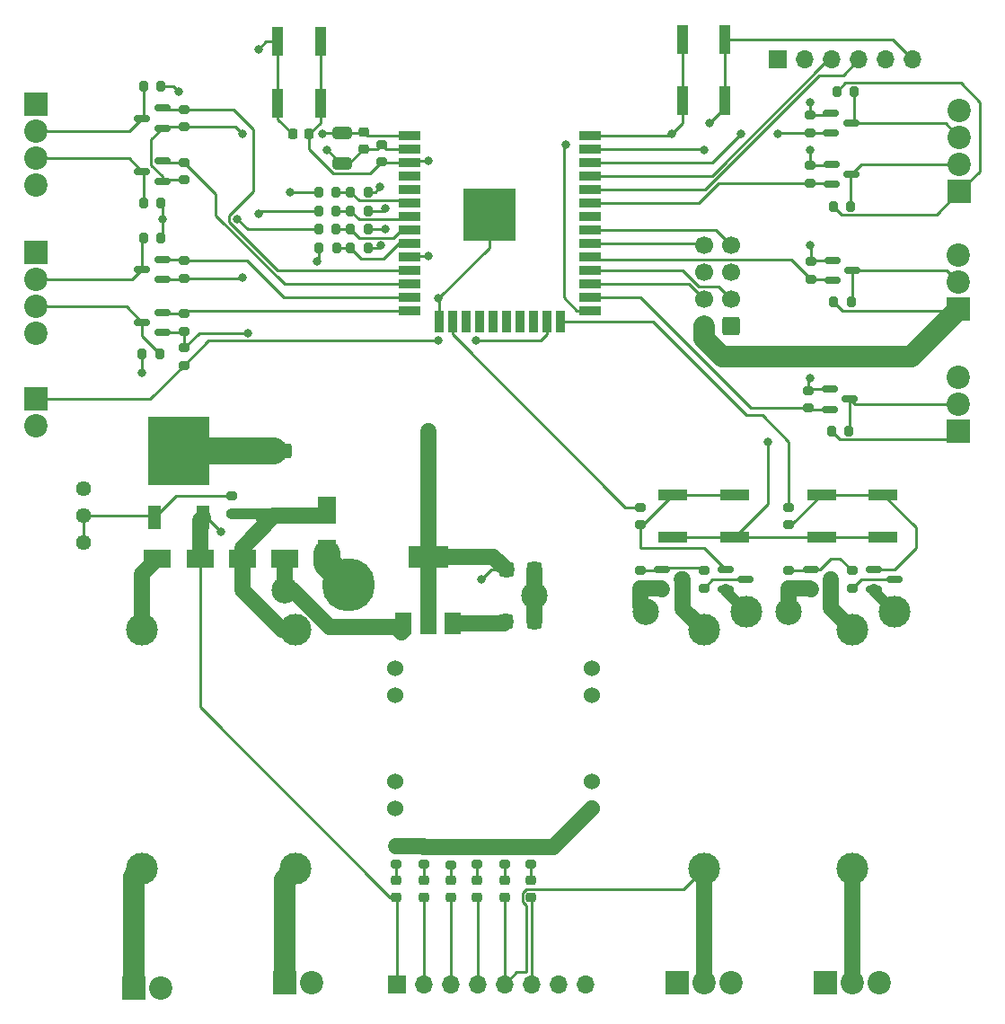
<source format=gtl>
G04 #@! TF.GenerationSoftware,KiCad,Pcbnew,6.0.6-3a73a75311~116~ubuntu22.04.1*
G04 #@! TF.CreationDate,2022-06-30T16:49:10+01:00*
G04 #@! TF.ProjectId,rLab_Door,724c6162-5f44-46f6-9f72-2e6b69636164,rev?*
G04 #@! TF.SameCoordinates,Original*
G04 #@! TF.FileFunction,Copper,L1,Top*
G04 #@! TF.FilePolarity,Positive*
%FSLAX46Y46*%
G04 Gerber Fmt 4.6, Leading zero omitted, Abs format (unit mm)*
G04 Created by KiCad (PCBNEW 6.0.6-3a73a75311~116~ubuntu22.04.1) date 2022-06-30 16:49:10*
%MOMM*%
%LPD*%
G01*
G04 APERTURE LIST*
G04 Aperture macros list*
%AMRoundRect*
0 Rectangle with rounded corners*
0 $1 Rounding radius*
0 $2 $3 $4 $5 $6 $7 $8 $9 X,Y pos of 4 corners*
0 Add a 4 corners polygon primitive as box body*
4,1,4,$2,$3,$4,$5,$6,$7,$8,$9,$2,$3,0*
0 Add four circle primitives for the rounded corners*
1,1,$1+$1,$2,$3*
1,1,$1+$1,$4,$5*
1,1,$1+$1,$6,$7*
1,1,$1+$1,$8,$9*
0 Add four rect primitives between the rounded corners*
20,1,$1+$1,$2,$3,$4,$5,0*
20,1,$1+$1,$4,$5,$6,$7,0*
20,1,$1+$1,$6,$7,$8,$9,0*
20,1,$1+$1,$8,$9,$2,$3,0*%
G04 Aperture macros list end*
G04 #@! TA.AperFunction,ComponentPad*
%ADD10R,1.700000X1.700000*%
G04 #@! TD*
G04 #@! TA.AperFunction,ComponentPad*
%ADD11O,1.700000X1.700000*%
G04 #@! TD*
G04 #@! TA.AperFunction,SMDPad,CuDef*
%ADD12RoundRect,0.200000X-0.200000X-0.275000X0.200000X-0.275000X0.200000X0.275000X-0.200000X0.275000X0*%
G04 #@! TD*
G04 #@! TA.AperFunction,SMDPad,CuDef*
%ADD13RoundRect,0.218750X-0.256250X0.218750X-0.256250X-0.218750X0.256250X-0.218750X0.256250X0.218750X0*%
G04 #@! TD*
G04 #@! TA.AperFunction,SMDPad,CuDef*
%ADD14RoundRect,0.200000X0.200000X0.275000X-0.200000X0.275000X-0.200000X-0.275000X0.200000X-0.275000X0*%
G04 #@! TD*
G04 #@! TA.AperFunction,SMDPad,CuDef*
%ADD15RoundRect,0.150000X-0.587500X-0.150000X0.587500X-0.150000X0.587500X0.150000X-0.587500X0.150000X0*%
G04 #@! TD*
G04 #@! TA.AperFunction,SMDPad,CuDef*
%ADD16RoundRect,0.250000X-0.450000X-0.425000X0.450000X-0.425000X0.450000X0.425000X-0.450000X0.425000X0*%
G04 #@! TD*
G04 #@! TA.AperFunction,ComponentPad*
%ADD17R,2.200000X2.200000*%
G04 #@! TD*
G04 #@! TA.AperFunction,ComponentPad*
%ADD18C,2.200000*%
G04 #@! TD*
G04 #@! TA.AperFunction,SMDPad,CuDef*
%ADD19RoundRect,0.200000X0.275000X-0.200000X0.275000X0.200000X-0.275000X0.200000X-0.275000X-0.200000X0*%
G04 #@! TD*
G04 #@! TA.AperFunction,SMDPad,CuDef*
%ADD20RoundRect,0.249999X-1.425001X0.450001X-1.425001X-0.450001X1.425001X-0.450001X1.425001X0.450001X0*%
G04 #@! TD*
G04 #@! TA.AperFunction,SMDPad,CuDef*
%ADD21RoundRect,0.150000X0.587500X0.150000X-0.587500X0.150000X-0.587500X-0.150000X0.587500X-0.150000X0*%
G04 #@! TD*
G04 #@! TA.AperFunction,SMDPad,CuDef*
%ADD22R,1.800000X2.500000*%
G04 #@! TD*
G04 #@! TA.AperFunction,SMDPad,CuDef*
%ADD23RoundRect,0.200000X-0.275000X0.200000X-0.275000X-0.200000X0.275000X-0.200000X0.275000X0.200000X0*%
G04 #@! TD*
G04 #@! TA.AperFunction,SMDPad,CuDef*
%ADD24RoundRect,0.250000X0.650000X-0.325000X0.650000X0.325000X-0.650000X0.325000X-0.650000X-0.325000X0*%
G04 #@! TD*
G04 #@! TA.AperFunction,SMDPad,CuDef*
%ADD25R,2.800000X1.000000*%
G04 #@! TD*
G04 #@! TA.AperFunction,SMDPad,CuDef*
%ADD26R,1.200000X2.200000*%
G04 #@! TD*
G04 #@! TA.AperFunction,SMDPad,CuDef*
%ADD27R,5.800000X6.400000*%
G04 #@! TD*
G04 #@! TA.AperFunction,ComponentPad*
%ADD28C,3.000000*%
G04 #@! TD*
G04 #@! TA.AperFunction,SMDPad,CuDef*
%ADD29R,2.500000X1.800000*%
G04 #@! TD*
G04 #@! TA.AperFunction,ComponentPad*
%ADD30C,1.524000*%
G04 #@! TD*
G04 #@! TA.AperFunction,SMDPad,CuDef*
%ADD31RoundRect,0.225000X0.225000X0.250000X-0.225000X0.250000X-0.225000X-0.250000X0.225000X-0.250000X0*%
G04 #@! TD*
G04 #@! TA.AperFunction,SMDPad,CuDef*
%ADD32R,1.500000X2.000000*%
G04 #@! TD*
G04 #@! TA.AperFunction,SMDPad,CuDef*
%ADD33R,3.800000X2.000000*%
G04 #@! TD*
G04 #@! TA.AperFunction,SMDPad,CuDef*
%ADD34R,1.000000X2.800000*%
G04 #@! TD*
G04 #@! TA.AperFunction,SMDPad,CuDef*
%ADD35R,2.000000X0.900000*%
G04 #@! TD*
G04 #@! TA.AperFunction,SMDPad,CuDef*
%ADD36R,0.900000X2.000000*%
G04 #@! TD*
G04 #@! TA.AperFunction,SMDPad,CuDef*
%ADD37R,5.000000X5.000000*%
G04 #@! TD*
G04 #@! TA.AperFunction,ComponentPad*
%ADD38C,1.440000*%
G04 #@! TD*
G04 #@! TA.AperFunction,SMDPad,CuDef*
%ADD39RoundRect,0.225000X0.250000X-0.225000X0.250000X0.225000X-0.250000X0.225000X-0.250000X-0.225000X0*%
G04 #@! TD*
G04 #@! TA.AperFunction,ComponentPad*
%ADD40RoundRect,0.250000X0.600000X0.600000X-0.600000X0.600000X-0.600000X-0.600000X0.600000X-0.600000X0*%
G04 #@! TD*
G04 #@! TA.AperFunction,ComponentPad*
%ADD41C,1.700000*%
G04 #@! TD*
G04 #@! TA.AperFunction,ViaPad*
%ADD42C,0.800000*%
G04 #@! TD*
G04 #@! TA.AperFunction,ViaPad*
%ADD43C,3.000000*%
G04 #@! TD*
G04 #@! TA.AperFunction,ViaPad*
%ADD44C,2.500000*%
G04 #@! TD*
G04 #@! TA.AperFunction,ViaPad*
%ADD45C,1.500000*%
G04 #@! TD*
G04 #@! TA.AperFunction,ViaPad*
%ADD46C,5.000000*%
G04 #@! TD*
G04 #@! TA.AperFunction,Conductor*
%ADD47C,0.250000*%
G04 #@! TD*
G04 #@! TA.AperFunction,Conductor*
%ADD48C,2.000000*%
G04 #@! TD*
G04 #@! TA.AperFunction,Conductor*
%ADD49C,1.500000*%
G04 #@! TD*
G04 #@! TA.AperFunction,Conductor*
%ADD50C,1.000000*%
G04 #@! TD*
G04 #@! TA.AperFunction,Conductor*
%ADD51C,2.500000*%
G04 #@! TD*
G04 APERTURE END LIST*
D10*
G04 #@! TO.P,J11,1,Pin_1*
G04 #@! TO.N,+3V3*
X171000000Y-53000000D03*
D11*
G04 #@! TO.P,J11,2,Pin_2*
G04 #@! TO.N,GND*
X173540000Y-53000000D03*
G04 #@! TO.P,J11,3,Pin_3*
G04 #@! TO.N,TXDO_PROG*
X176080000Y-53000000D03*
G04 #@! TO.P,J11,4,Pin_4*
G04 #@! TO.N,RXDI_PROG*
X178620000Y-53000000D03*
G04 #@! TO.P,J11,5,Pin_5*
G04 #@! TO.N,RESET*
X181160000Y-53000000D03*
G04 #@! TO.P,J11,6,Pin_6*
G04 #@! TO.N,BOOT*
X183700000Y-53000000D03*
G04 #@! TD*
D12*
G04 #@! TO.P,R7,1*
G04 #@! TO.N,ADC_VIN*
X130675000Y-67254176D03*
G04 #@! TO.P,R7,2*
G04 #@! TO.N,GND*
X132325000Y-67254176D03*
G04 #@! TD*
D13*
G04 #@! TO.P,D7,1,K*
G04 #@! TO.N,Net-(D7-Pad1)*
X147722911Y-130369516D03*
G04 #@! TO.P,D7,2,A*
G04 #@! TO.N,OPEN_2_12*
X147722911Y-131944516D03*
G04 #@! TD*
D14*
G04 #@! TO.P,R34,1*
G04 #@! TO.N,+5V*
X112825000Y-66522500D03*
G04 #@! TO.P,R34,2*
G04 #@! TO.N,RXDI_NFC_5*
X111175000Y-66522500D03*
G04 #@! TD*
D15*
G04 #@! TO.P,Q3,1,G*
G04 #@! TO.N,Net-(Q3-Pad1)*
X160062500Y-101050000D03*
G04 #@! TO.P,Q3,2,S*
G04 #@! TO.N,+BATT*
X160062500Y-102950000D03*
G04 #@! TO.P,Q3,3,D*
G04 #@! TO.N,Net-(F3-Pad2)*
X161937500Y-102000000D03*
G04 #@! TD*
D16*
G04 #@! TO.P,C2,1*
G04 #@! TO.N,+3V3*
X145357332Y-101065037D03*
G04 #@! TO.P,C2,2*
G04 #@! TO.N,GND*
X148057332Y-101065037D03*
G04 #@! TD*
D17*
G04 #@! TO.P,J10,1,Pin_1*
G04 #@! TO.N,Net-(F2-Pad2)*
X124500000Y-140000000D03*
D18*
G04 #@! TO.P,J10,2,Pin_2*
G04 #@! TO.N,GND*
X127040000Y-140000000D03*
G04 #@! TD*
D19*
G04 #@! TO.P,R1,1*
G04 #@! TO.N,TAMPER*
X115000000Y-81825000D03*
G04 #@! TO.P,R1,2*
G04 #@! TO.N,+3V3*
X115000000Y-80175000D03*
G04 #@! TD*
G04 #@! TO.P,R10,1*
G04 #@! TO.N,Net-(D5-Pad1)*
X137574391Y-128838549D03*
G04 #@! TO.P,R10,2*
G04 #@! TO.N,GND*
X137574391Y-127188549D03*
G04 #@! TD*
D14*
G04 #@! TO.P,R14,1*
G04 #@! TO.N,ADC_V3*
X129353685Y-70768152D03*
G04 #@! TO.P,R14,2*
G04 #@! TO.N,+3V3*
X127703685Y-70768152D03*
G04 #@! TD*
D20*
G04 #@! TO.P,R2,1*
G04 #@! TO.N,Net-(R2-Pad1)*
X123500000Y-89900000D03*
G04 #@! TO.P,R2,2*
G04 #@! TO.N,Net-(D2-Pad2)*
X123500000Y-96000000D03*
G04 #@! TD*
D13*
G04 #@! TO.P,D5,1,K*
G04 #@! TO.N,Net-(D5-Pad1)*
X137580631Y-130347733D03*
G04 #@! TO.P,D5,2,A*
G04 #@! TO.N,+BATT*
X137580631Y-131922733D03*
G04 #@! TD*
D14*
G04 #@! TO.P,R13,1*
G04 #@! TO.N,ADC_V5*
X129335350Y-68980000D03*
G04 #@! TO.P,R13,2*
G04 #@! TO.N,+5V*
X127685350Y-68980000D03*
G04 #@! TD*
D19*
G04 #@! TO.P,R8,1*
G04 #@! TO.N,Net-(D4-Pad1)*
X135000000Y-128825000D03*
G04 #@! TO.P,R8,2*
G04 #@! TO.N,GND*
X135000000Y-127175000D03*
G04 #@! TD*
D21*
G04 #@! TO.P,Q5,1,G*
G04 #@! TO.N,+3V3*
X112937500Y-73730000D03*
G04 #@! TO.P,Q5,2,S*
G04 #@! TO.N,WG_D0*
X112937500Y-71830000D03*
G04 #@! TO.P,Q5,3,D*
G04 #@! TO.N,WG_D0_5*
X111062500Y-72780000D03*
G04 #@! TD*
D13*
G04 #@! TO.P,D9,1,K*
G04 #@! TO.N,Net-(D9-Pad1)*
X142641877Y-130355967D03*
G04 #@! TO.P,D9,2,A*
G04 #@! TO.N,+3V3*
X142641877Y-131930967D03*
G04 #@! TD*
D22*
G04 #@! TO.P,D2,1,K*
G04 #@! TO.N,+BATT*
X128500000Y-99500000D03*
G04 #@! TO.P,D2,2,A*
G04 #@! TO.N,Net-(D2-Pad2)*
X128500000Y-95500000D03*
G04 #@! TD*
D21*
G04 #@! TO.P,Q9,1,G*
G04 #@! TO.N,+3V3*
X112937500Y-64472500D03*
G04 #@! TO.P,Q9,2,S*
G04 #@! TO.N,RXDI_NFC*
X112937500Y-62572500D03*
G04 #@! TO.P,Q9,3,D*
G04 #@! TO.N,RXDI_NFC_5*
X111062500Y-63522500D03*
G04 #@! TD*
D12*
G04 #@! TO.P,R21,1*
G04 #@! TO.N,+5V*
X176237500Y-75850012D03*
G04 #@! TO.P,R21,2*
G04 #@! TO.N,NPX_1_5*
X177887500Y-75850012D03*
G04 #@! TD*
D19*
G04 #@! TO.P,R28,1*
G04 #@! TO.N,+3V3*
X115000000Y-78605000D03*
G04 #@! TO.P,R28,2*
G04 #@! TO.N,WG_D1*
X115000000Y-76955000D03*
G04 #@! TD*
D23*
G04 #@! TO.P,R20,1*
G04 #@! TO.N,+3V3*
X174062500Y-72025012D03*
G04 #@! TO.P,R20,2*
G04 #@! TO.N,NPX_1*
X174062500Y-73675012D03*
G04 #@! TD*
D24*
G04 #@! TO.P,C3,1*
G04 #@! TO.N,+3V3*
X129940000Y-62820000D03*
G04 #@! TO.P,C3,2*
G04 #@! TO.N,GND*
X129940000Y-59870000D03*
G04 #@! TD*
D15*
G04 #@! TO.P,Q11,1,G*
G04 #@! TO.N,+3V3*
X176062500Y-62872256D03*
G04 #@! TO.P,Q11,2,S*
G04 #@! TO.N,SDA_DISP*
X176062500Y-64772256D03*
G04 #@! TO.P,Q11,3,D*
G04 #@! TO.N,SDA_DISP_5*
X177937500Y-63822256D03*
G04 #@! TD*
D19*
G04 #@! TO.P,R4,1*
G04 #@! TO.N,RESET*
X133620000Y-62645000D03*
G04 #@! TO.P,R4,2*
G04 #@! TO.N,+3V3*
X133620000Y-60995000D03*
G04 #@! TD*
D17*
G04 #@! TO.P,J8,1,Pin_1*
G04 #@! TO.N,TAMPER*
X101000000Y-85000000D03*
D18*
G04 #@! TO.P,J8,2,Pin_2*
G04 #@! TO.N,GND*
X101000000Y-87540000D03*
G04 #@! TD*
D17*
G04 #@! TO.P,J5,1,Pin_1*
G04 #@! TO.N,+5V*
X101000000Y-71185000D03*
D18*
G04 #@! TO.P,J5,2,Pin_2*
G04 #@! TO.N,WG_D0_5*
X101000000Y-73725000D03*
G04 #@! TO.P,J5,3,Pin_3*
G04 #@! TO.N,WG_D1_5*
X101000000Y-76265000D03*
G04 #@! TO.P,J5,4,Pin_4*
G04 #@! TO.N,GND*
X101000000Y-78805000D03*
G04 #@! TD*
D25*
G04 #@! TO.P,SW4,1,1*
G04 #@! TO.N,Net-(Q10-Pad1)*
X175100000Y-94000000D03*
X180900000Y-94000000D03*
G04 #@! TO.P,SW4,2,2*
G04 #@! TO.N,+3V3*
X180900000Y-98000000D03*
X175100000Y-98000000D03*
G04 #@! TD*
D26*
G04 #@! TO.P,U2,1,ADJ*
G04 #@! TO.N,Net-(R3-Pad2)*
X112220000Y-96150000D03*
D27*
G04 #@! TO.P,U2,2,VO*
G04 #@! TO.N,Net-(R2-Pad1)*
X114500000Y-89850000D03*
D26*
G04 #@! TO.P,U2,3,VI*
G04 #@! TO.N,V_IN*
X116780000Y-96150000D03*
G04 #@! TD*
D15*
G04 #@! TO.P,Q1,1,G*
G04 #@! TO.N,+3V3*
X176125000Y-71900012D03*
G04 #@! TO.P,Q1,2,S*
G04 #@! TO.N,NPX_1*
X176125000Y-73800012D03*
G04 #@! TO.P,Q1,3,D*
G04 #@! TO.N,NPX_1_5*
X178000000Y-72850012D03*
G04 #@! TD*
D19*
G04 #@! TO.P,R12,1*
G04 #@! TO.N,Net-(D7-Pad1)*
X147722911Y-128865648D03*
G04 #@! TO.P,R12,2*
G04 #@! TO.N,GND*
X147722911Y-127215648D03*
G04 #@! TD*
G04 #@! TO.P,R16,1*
G04 #@! TO.N,Net-(D8-Pad1)*
X140108134Y-128879198D03*
G04 #@! TO.P,R16,2*
G04 #@! TO.N,GND*
X140108134Y-127229198D03*
G04 #@! TD*
D17*
G04 #@! TO.P,J1,1,Pin_1*
G04 #@! TO.N,+BATT*
X161460000Y-140000000D03*
D18*
G04 #@! TO.P,J1,2,Pin_2*
G04 #@! TO.N,OPEN_1_12*
X164000000Y-140000000D03*
G04 #@! TO.P,J1,3,Pin_3*
G04 #@! TO.N,GND*
X166540000Y-140000000D03*
G04 #@! TD*
D13*
G04 #@! TO.P,D4,1,K*
G04 #@! TO.N,Net-(D4-Pad1)*
X135010631Y-130347733D03*
G04 #@! TO.P,D4,2,A*
G04 #@! TO.N,V_IN*
X135010631Y-131922733D03*
G04 #@! TD*
D12*
G04 #@! TO.P,R38,1*
G04 #@! TO.N,+5V*
X176175000Y-66822256D03*
G04 #@! TO.P,R38,2*
G04 #@! TO.N,SDA_DISP_5*
X177825000Y-66822256D03*
G04 #@! TD*
G04 #@! TO.P,R23,1*
G04 #@! TO.N,+5V*
X176005024Y-88000000D03*
G04 #@! TO.P,R23,2*
G04 #@! TO.N,NPX_2_5*
X177655024Y-88000000D03*
G04 #@! TD*
D28*
G04 #@! TO.P,F2,1*
G04 #@! TO.N,Net-(D2-Pad2)*
X125500000Y-106750000D03*
G04 #@! TO.P,F2,2*
G04 #@! TO.N,Net-(F2-Pad2)*
X125500000Y-129250000D03*
G04 #@! TD*
D23*
G04 #@! TO.P,R24,1*
G04 #@! TO.N,Net-(Q3-Pad1)*
X164000000Y-101175000D03*
G04 #@! TO.P,R24,2*
G04 #@! TO.N,Net-(Q4-Pad3)*
X164000000Y-102825000D03*
G04 #@! TD*
D12*
G04 #@! TO.P,R40,1*
G04 #@! TO.N,+5V*
X176545024Y-56000000D03*
G04 #@! TO.P,R40,2*
G04 #@! TO.N,SCL_DISP_5*
X178195024Y-56000000D03*
G04 #@! TD*
D15*
G04 #@! TO.P,Q10,1,B*
G04 #@! TO.N,Net-(Q10-Pad1)*
X180062500Y-101050000D03*
G04 #@! TO.P,Q10,2,E*
G04 #@! TO.N,GND*
X180062500Y-102950000D03*
G04 #@! TO.P,Q10,3,C*
G04 #@! TO.N,Net-(Q10-Pad3)*
X181937500Y-102000000D03*
G04 #@! TD*
D28*
G04 #@! TO.P,F4,1*
G04 #@! TO.N,OPEN_2_12*
X178000000Y-129250000D03*
G04 #@! TO.P,F4,2*
G04 #@! TO.N,Net-(F4-Pad2)*
X178000000Y-106750000D03*
G04 #@! TD*
D19*
G04 #@! TO.P,R31,1*
G04 #@! TO.N,+3V3*
X115000000Y-59347500D03*
G04 #@! TO.P,R31,2*
G04 #@! TO.N,TXDO_NFC*
X115000000Y-57697500D03*
G04 #@! TD*
D21*
G04 #@! TO.P,Q6,1,G*
G04 #@! TO.N,+3V3*
X112937500Y-78730000D03*
G04 #@! TO.P,Q6,2,S*
G04 #@! TO.N,WG_D1*
X112937500Y-76830000D03*
G04 #@! TO.P,Q6,3,D*
G04 #@! TO.N,WG_D1_5*
X111062500Y-77780000D03*
G04 #@! TD*
D29*
G04 #@! TO.P,D3,1,K*
G04 #@! TO.N,Net-(D2-Pad2)*
X120500000Y-100000000D03*
G04 #@! TO.P,D3,2,A*
G04 #@! TO.N,GND*
X124500000Y-100000000D03*
G04 #@! TD*
D13*
G04 #@! TO.P,D6,1,K*
G04 #@! TO.N,Net-(D6-Pad1)*
X145202718Y-130355967D03*
G04 #@! TO.P,D6,2,A*
G04 #@! TO.N,OPEN_1_12*
X145202718Y-131930967D03*
G04 #@! TD*
D15*
G04 #@! TO.P,Q4,1,B*
G04 #@! TO.N,Net-(Q4-Pad1)*
X166062500Y-101050000D03*
G04 #@! TO.P,Q4,2,E*
G04 #@! TO.N,GND*
X166062500Y-102950000D03*
G04 #@! TO.P,Q4,3,C*
G04 #@! TO.N,Net-(Q4-Pad3)*
X167937500Y-102000000D03*
G04 #@! TD*
D14*
G04 #@! TO.P,R6,1*
G04 #@! TO.N,ADC_VBATT*
X129335350Y-65500000D03*
G04 #@! TO.P,R6,2*
G04 #@! TO.N,+BATT*
X127685350Y-65500000D03*
G04 #@! TD*
D29*
G04 #@! TO.P,D1,1,K*
G04 #@! TO.N,V_IN*
X116500000Y-100000000D03*
G04 #@! TO.P,D1,2,A*
G04 #@! TO.N,Net-(D1-Pad2)*
X112500000Y-100000000D03*
G04 #@! TD*
D19*
G04 #@! TO.P,R30,1*
G04 #@! TO.N,+BATT*
X172000000Y-102825000D03*
G04 #@! TO.P,R30,2*
G04 #@! TO.N,Net-(Q7-Pad1)*
X172000000Y-101175000D03*
G04 #@! TD*
D14*
G04 #@! TO.P,R27,1*
G04 #@! TO.N,+5V*
X112825000Y-69780000D03*
G04 #@! TO.P,R27,2*
G04 #@! TO.N,WG_D0_5*
X111175000Y-69780000D03*
G04 #@! TD*
D17*
G04 #@! TO.P,J7,1,Pin_1*
G04 #@! TO.N,+5V*
X188107476Y-65427740D03*
D18*
G04 #@! TO.P,J7,2,Pin_2*
G04 #@! TO.N,SDA_DISP_5*
X188107476Y-62887740D03*
G04 #@! TO.P,J7,3,Pin_3*
G04 #@! TO.N,SCL_DISP_5*
X188107476Y-60347740D03*
G04 #@! TO.P,J7,4,Pin_4*
G04 #@! TO.N,GND*
X188107476Y-57807740D03*
G04 #@! TD*
D23*
G04 #@! TO.P,R37,1*
G04 #@! TO.N,+3V3*
X174000000Y-62997256D03*
G04 #@! TO.P,R37,2*
G04 #@! TO.N,SDA_DISP*
X174000000Y-64647256D03*
G04 #@! TD*
D17*
G04 #@! TO.P,J2,1,Pin_1*
G04 #@! TO.N,+BATT*
X175460000Y-140000000D03*
D18*
G04 #@! TO.P,J2,2,Pin_2*
G04 #@! TO.N,OPEN_2_12*
X178000000Y-140000000D03*
G04 #@! TO.P,J2,3,Pin_3*
G04 #@! TO.N,GND*
X180540000Y-140000000D03*
G04 #@! TD*
D30*
G04 #@! TO.P,U1,1,IN+*
G04 #@! TO.N,+BATT*
X134856000Y-112936000D03*
X134856000Y-110396000D03*
G04 #@! TO.P,U1,2,IN-*
G04 #@! TO.N,GND*
X134856000Y-121064000D03*
X134856000Y-123604000D03*
G04 #@! TO.P,U1,3,OUT+*
G04 #@! TO.N,+5V*
X153398000Y-112936000D03*
X153398000Y-110396000D03*
G04 #@! TO.P,U1,4,OUT-*
G04 #@! TO.N,GND*
X153398000Y-123604000D03*
X153398000Y-121064000D03*
G04 #@! TD*
D23*
G04 #@! TO.P,R36,1*
G04 #@! TO.N,OPEN_2*
X172000000Y-95175000D03*
G04 #@! TO.P,R36,2*
G04 #@! TO.N,Net-(Q10-Pad1)*
X172000000Y-96825000D03*
G04 #@! TD*
D19*
G04 #@! TO.P,R18,1*
G04 #@! TO.N,Net-(D9-Pad1)*
X142628327Y-128852099D03*
G04 #@! TO.P,R18,2*
G04 #@! TO.N,GND*
X142628327Y-127202099D03*
G04 #@! TD*
D15*
G04 #@! TO.P,Q7,1,G*
G04 #@! TO.N,Net-(Q7-Pad1)*
X174062500Y-101050000D03*
G04 #@! TO.P,Q7,2,S*
G04 #@! TO.N,+BATT*
X174062500Y-102950000D03*
G04 #@! TO.P,Q7,3,D*
G04 #@! TO.N,Net-(F4-Pad2)*
X175937500Y-102000000D03*
G04 #@! TD*
D31*
G04 #@! TO.P,C5,1*
G04 #@! TO.N,RESET*
X126775000Y-60000000D03*
G04 #@! TO.P,C5,2*
G04 #@! TO.N,GND*
X125225000Y-60000000D03*
G04 #@! TD*
D19*
G04 #@! TO.P,R3,1*
G04 #@! TO.N,Net-(D2-Pad2)*
X119500000Y-95775000D03*
G04 #@! TO.P,R3,2*
G04 #@! TO.N,Net-(R3-Pad2)*
X119500000Y-94125000D03*
G04 #@! TD*
D23*
G04 #@! TO.P,R35,1*
G04 #@! TO.N,Net-(Q7-Pad1)*
X178000000Y-101175000D03*
G04 #@! TO.P,R35,2*
G04 #@! TO.N,Net-(Q10-Pad3)*
X178000000Y-102825000D03*
G04 #@! TD*
D13*
G04 #@! TO.P,D8,1,K*
G04 #@! TO.N,Net-(D8-Pad1)*
X140121683Y-130384250D03*
G04 #@! TO.P,D8,2,A*
G04 #@! TO.N,+5V*
X140121683Y-131959250D03*
G04 #@! TD*
D23*
G04 #@! TO.P,R39,1*
G04 #@! TO.N,+3V3*
X174000000Y-58225000D03*
G04 #@! TO.P,R39,2*
G04 #@! TO.N,SCL_DISP*
X174000000Y-59875000D03*
G04 #@! TD*
D32*
G04 #@! TO.P,U3,1,GND*
G04 #@! TO.N,GND*
X135700000Y-106150000D03*
G04 #@! TO.P,U3,2,VO*
G04 #@! TO.N,+3V3*
X138000000Y-106150000D03*
D33*
X138000000Y-99850000D03*
D32*
G04 #@! TO.P,U3,3,VI*
G04 #@! TO.N,+5V*
X140300000Y-106150000D03*
G04 #@! TD*
D34*
G04 #@! TO.P,SW2,1,1*
G04 #@! TO.N,GND*
X162000000Y-51100000D03*
X162000000Y-56900000D03*
G04 #@! TO.P,SW2,2,2*
G04 #@! TO.N,BOOT*
X166000000Y-56900000D03*
X166000000Y-51100000D03*
G04 #@! TD*
D15*
G04 #@! TO.P,Q2,1,G*
G04 #@! TO.N,+3V3*
X175892524Y-84050000D03*
G04 #@! TO.P,Q2,2,S*
G04 #@! TO.N,NPX_2*
X175892524Y-85950000D03*
G04 #@! TO.P,Q2,3,D*
G04 #@! TO.N,NPX_2_5*
X177767524Y-85000000D03*
G04 #@! TD*
D17*
G04 #@! TO.P,J4,1,Pin_1*
G04 #@! TO.N,+5V*
X188000000Y-88000000D03*
D18*
G04 #@! TO.P,J4,2,Pin_2*
G04 #@! TO.N,NPX_2_5*
X188000000Y-85460000D03*
G04 #@! TO.P,J4,3,Pin_3*
G04 #@! TO.N,GND*
X188000000Y-82920000D03*
G04 #@! TD*
D21*
G04 #@! TO.P,Q8,1,G*
G04 #@! TO.N,+3V3*
X112937500Y-59472500D03*
G04 #@! TO.P,Q8,2,S*
G04 #@! TO.N,TXDO_NFC*
X112937500Y-57572500D03*
G04 #@! TO.P,Q8,3,D*
G04 #@! TO.N,TXDO_NFC_5*
X111062500Y-58522500D03*
G04 #@! TD*
D15*
G04 #@! TO.P,Q12,1,G*
G04 #@! TO.N,+3V3*
X176000000Y-58050000D03*
G04 #@! TO.P,Q12,2,S*
G04 #@! TO.N,SCL_DISP*
X176000000Y-59950000D03*
G04 #@! TO.P,Q12,3,D*
G04 #@! TO.N,SCL_DISP_5*
X177875000Y-59000000D03*
G04 #@! TD*
D19*
G04 #@! TO.P,R33,1*
G04 #@! TO.N,+3V3*
X115000000Y-64347500D03*
G04 #@! TO.P,R33,2*
G04 #@! TO.N,RXDI_NFC*
X115000000Y-62697500D03*
G04 #@! TD*
D28*
G04 #@! TO.P,F1,1*
G04 #@! TO.N,Net-(D1-Pad2)*
X111000000Y-106750000D03*
G04 #@! TO.P,F1,2*
G04 #@! TO.N,Net-(F1-Pad2)*
X111000000Y-129250000D03*
G04 #@! TD*
D17*
G04 #@! TO.P,J6,1,Pin_1*
G04 #@! TO.N,+5V*
X101000000Y-57185000D03*
D18*
G04 #@! TO.P,J6,2,Pin_2*
G04 #@! TO.N,TXDO_NFC_5*
X101000000Y-59725000D03*
G04 #@! TO.P,J6,3,Pin_3*
G04 #@! TO.N,RXDI_NFC_5*
X101000000Y-62265000D03*
G04 #@! TO.P,J6,4,Pin_4*
G04 #@! TO.N,GND*
X101000000Y-64805000D03*
G04 #@! TD*
D12*
G04 #@! TO.P,R9,1*
G04 #@! TO.N,ADC_VBATT*
X130685350Y-65500000D03*
G04 #@! TO.P,R9,2*
G04 #@! TO.N,GND*
X132335350Y-65500000D03*
G04 #@! TD*
D25*
G04 #@! TO.P,SW3,1,1*
G04 #@! TO.N,Net-(Q4-Pad1)*
X166900000Y-94000000D03*
X161100000Y-94000000D03*
G04 #@! TO.P,SW3,2,2*
G04 #@! TO.N,+3V3*
X166900000Y-98000000D03*
X161100000Y-98000000D03*
G04 #@! TD*
D12*
G04 #@! TO.P,R29,1*
G04 #@! TO.N,+5V*
X111060989Y-80726816D03*
G04 #@! TO.P,R29,2*
G04 #@! TO.N,WG_D1_5*
X112710989Y-80726816D03*
G04 #@! TD*
D14*
G04 #@! TO.P,R5,1*
G04 #@! TO.N,ADC_VIN*
X129325000Y-67254176D03*
G04 #@! TO.P,R5,2*
G04 #@! TO.N,V_IN*
X127675000Y-67254176D03*
G04 #@! TD*
D17*
G04 #@! TO.P,J9,1,Pin_1*
G04 #@! TO.N,Net-(F1-Pad2)*
X110230000Y-140500000D03*
D18*
G04 #@! TO.P,J9,2,Pin_2*
G04 #@! TO.N,GND*
X112770000Y-140500000D03*
G04 #@! TD*
D14*
G04 #@! TO.P,R32,1*
G04 #@! TO.N,+5V*
X112825000Y-55522500D03*
G04 #@! TO.P,R32,2*
G04 #@! TO.N,TXDO_NFC_5*
X111175000Y-55522500D03*
G04 #@! TD*
D35*
G04 #@! TO.P,U4,1,GND*
G04 #@! TO.N,GND*
X136280000Y-60155000D03*
G04 #@! TO.P,U4,2,VDD*
G04 #@! TO.N,+3V3*
X136280000Y-61425000D03*
G04 #@! TO.P,U4,3,EN*
G04 #@! TO.N,RESET*
X136280000Y-62695000D03*
G04 #@! TO.P,U4,4,SENSOR_VP*
G04 #@! TO.N,unconnected-(U4-Pad4)*
X136280000Y-63965000D03*
G04 #@! TO.P,U4,5,SENSOR_VN*
G04 #@! TO.N,unconnected-(U4-Pad5)*
X136280000Y-65235000D03*
G04 #@! TO.P,U4,6,IO34*
G04 #@! TO.N,ADC_VBATT*
X136280000Y-66505000D03*
G04 #@! TO.P,U4,7,IO35*
G04 #@! TO.N,ADC_VIN*
X136280000Y-67775000D03*
G04 #@! TO.P,U4,8,IO32*
G04 #@! TO.N,ADC_V5*
X136280000Y-69045000D03*
G04 #@! TO.P,U4,9,IO33*
G04 #@! TO.N,ADC_V3*
X136280000Y-70315000D03*
G04 #@! TO.P,U4,10,IO25*
G04 #@! TO.N,PI_OPEN_CMD_2*
X136280000Y-71585000D03*
G04 #@! TO.P,U4,11,IO26*
G04 #@! TO.N,TXDO_NFC*
X136280000Y-72855000D03*
G04 #@! TO.P,U4,12,IO27*
G04 #@! TO.N,RXDI_NFC*
X136280000Y-74125000D03*
G04 #@! TO.P,U4,13,IO14*
G04 #@! TO.N,WG_D0*
X136280000Y-75395000D03*
G04 #@! TO.P,U4,14,IO12*
G04 #@! TO.N,WG_D1*
X136280000Y-76665000D03*
D36*
G04 #@! TO.P,U4,15,GND*
G04 #@! TO.N,GND*
X139065000Y-77665000D03*
G04 #@! TO.P,U4,16,IO13*
G04 #@! TO.N,OPEN_1*
X140335000Y-77665000D03*
G04 #@! TO.P,U4,17,SHD/SD2*
G04 #@! TO.N,unconnected-(U4-Pad17)*
X141605000Y-77665000D03*
G04 #@! TO.P,U4,18,SWP/SD3*
G04 #@! TO.N,unconnected-(U4-Pad18)*
X142875000Y-77665000D03*
G04 #@! TO.P,U4,19,SCS/CMD*
G04 #@! TO.N,unconnected-(U4-Pad19)*
X144145000Y-77665000D03*
G04 #@! TO.P,U4,20,SCK/CLK*
G04 #@! TO.N,unconnected-(U4-Pad20)*
X145415000Y-77665000D03*
G04 #@! TO.P,U4,21,SDO/SD0*
G04 #@! TO.N,unconnected-(U4-Pad21)*
X146685000Y-77665000D03*
G04 #@! TO.P,U4,22,SDI/SD1*
G04 #@! TO.N,unconnected-(U4-Pad22)*
X147955000Y-77665000D03*
G04 #@! TO.P,U4,23,IO15*
G04 #@! TO.N,TAMPER*
X149225000Y-77665000D03*
G04 #@! TO.P,U4,24,IO2*
G04 #@! TO.N,OPEN_2*
X150495000Y-77665000D03*
D35*
G04 #@! TO.P,U4,25,IO0*
G04 #@! TO.N,BOOT*
X153280000Y-76665000D03*
G04 #@! TO.P,U4,26,IO4*
G04 #@! TO.N,NPX_2*
X153280000Y-75395000D03*
G04 #@! TO.P,U4,27,IO16*
G04 #@! TO.N,PI_HEARTBEAT*
X153280000Y-74125000D03*
G04 #@! TO.P,U4,28,IO17*
G04 #@! TO.N,PI_POWERED*
X153280000Y-72855000D03*
G04 #@! TO.P,U4,29,IO5*
G04 #@! TO.N,NPX_1*
X153280000Y-71585000D03*
G04 #@! TO.P,U4,30,IO18*
G04 #@! TO.N,TXDO_PI*
X153280000Y-70315000D03*
G04 #@! TO.P,U4,31,IO19*
G04 #@! TO.N,RXDI_PI*
X153280000Y-69045000D03*
G04 #@! TO.P,U4,32,NC*
G04 #@! TO.N,unconnected-(U4-Pad32)*
X153280000Y-67775000D03*
G04 #@! TO.P,U4,33,IO21*
G04 #@! TO.N,SDA_DISP*
X153280000Y-66505000D03*
G04 #@! TO.P,U4,34,RXD0/IO3*
G04 #@! TO.N,RXDI_PROG*
X153280000Y-65235000D03*
G04 #@! TO.P,U4,35,TXD0/IO1*
G04 #@! TO.N,TXDO_PROG*
X153280000Y-63965000D03*
G04 #@! TO.P,U4,36,IO22*
G04 #@! TO.N,SCL_DISP*
X153280000Y-62695000D03*
G04 #@! TO.P,U4,37,IO23*
G04 #@! TO.N,PI_OPEN_CMD_1*
X153280000Y-61425000D03*
G04 #@! TO.P,U4,38,GND*
G04 #@! TO.N,GND*
X153280000Y-60155000D03*
D37*
G04 #@! TO.P,U4,39,GND*
X143780000Y-67655000D03*
G04 #@! TD*
D23*
G04 #@! TO.P,R25,1*
G04 #@! TO.N,OPEN_1*
X158000000Y-95175000D03*
G04 #@! TO.P,R25,2*
G04 #@! TO.N,Net-(Q4-Pad1)*
X158000000Y-96825000D03*
G04 #@! TD*
D14*
G04 #@! TO.P,R17,1*
G04 #@! TO.N,GND*
X132353685Y-70768152D03*
G04 #@! TO.P,R17,2*
G04 #@! TO.N,ADC_V3*
X130703685Y-70768152D03*
G04 #@! TD*
D38*
G04 #@! TO.P,RV1,1,1*
G04 #@! TO.N,Net-(R3-Pad2)*
X105500000Y-98550000D03*
G04 #@! TO.P,RV1,2,2*
X105500000Y-96010000D03*
G04 #@! TO.P,RV1,3,3*
G04 #@! TO.N,GND*
X105500000Y-93470000D03*
G04 #@! TD*
D23*
G04 #@! TO.P,R22,1*
G04 #@! TO.N,+3V3*
X173830024Y-84175000D03*
G04 #@! TO.P,R22,2*
G04 #@! TO.N,NPX_2*
X173830024Y-85825000D03*
G04 #@! TD*
D19*
G04 #@! TO.P,R19,1*
G04 #@! TO.N,+BATT*
X158000000Y-102825000D03*
G04 #@! TO.P,R19,2*
G04 #@! TO.N,Net-(Q3-Pad1)*
X158000000Y-101175000D03*
G04 #@! TD*
D17*
G04 #@! TO.P,J3,1,Pin_1*
G04 #@! TO.N,+5V*
X188000000Y-76540000D03*
D18*
G04 #@! TO.P,J3,2,Pin_2*
G04 #@! TO.N,NPX_1_5*
X188000000Y-74000000D03*
G04 #@! TO.P,J3,3,Pin_3*
G04 #@! TO.N,GND*
X188000000Y-71460000D03*
G04 #@! TD*
D12*
G04 #@! TO.P,R15,1*
G04 #@! TO.N,ADC_V5*
X130685350Y-69000000D03*
G04 #@! TO.P,R15,2*
G04 #@! TO.N,GND*
X132335350Y-69000000D03*
G04 #@! TD*
D19*
G04 #@! TO.P,R26,1*
G04 #@! TO.N,+3V3*
X115000000Y-73605000D03*
G04 #@! TO.P,R26,2*
G04 #@! TO.N,WG_D0*
X115000000Y-71955000D03*
G04 #@! TD*
D34*
G04 #@! TO.P,SW1,1,1*
G04 #@! TO.N,GND*
X123835000Y-57080000D03*
X123835000Y-51280000D03*
G04 #@! TO.P,SW1,2,2*
G04 #@! TO.N,RESET*
X127835000Y-57080000D03*
X127835000Y-51280000D03*
G04 #@! TD*
D10*
G04 #@! TO.P,J13,1,Pin_1*
G04 #@! TO.N,V_IN*
X135031669Y-140137882D03*
D11*
G04 #@! TO.P,J13,2,Pin_2*
G04 #@! TO.N,+BATT*
X137571669Y-140137882D03*
G04 #@! TO.P,J13,3,Pin_3*
G04 #@! TO.N,+5V*
X140111669Y-140137882D03*
G04 #@! TO.P,J13,4,Pin_4*
G04 #@! TO.N,+3V3*
X142651669Y-140137882D03*
G04 #@! TO.P,J13,5,Pin_5*
G04 #@! TO.N,OPEN_1_12*
X145191669Y-140137882D03*
G04 #@! TO.P,J13,6,Pin_6*
G04 #@! TO.N,OPEN_2_12*
X147731669Y-140137882D03*
G04 #@! TO.P,J13,7,Pin_7*
G04 #@! TO.N,GND*
X150271669Y-140137882D03*
G04 #@! TO.P,J13,8,Pin_8*
X152811669Y-140137882D03*
G04 #@! TD*
D19*
G04 #@! TO.P,R11,1*
G04 #@! TO.N,Net-(D6-Pad1)*
X145202718Y-128852099D03*
G04 #@! TO.P,R11,2*
G04 #@! TO.N,GND*
X145202718Y-127202099D03*
G04 #@! TD*
D28*
G04 #@! TO.P,F3,1*
G04 #@! TO.N,OPEN_1_12*
X164000000Y-129250000D03*
G04 #@! TO.P,F3,2*
G04 #@! TO.N,Net-(F3-Pad2)*
X164000000Y-106750000D03*
G04 #@! TD*
D39*
G04 #@! TO.P,C4,1*
G04 #@! TO.N,+3V3*
X131940000Y-61395000D03*
G04 #@! TO.P,C4,2*
G04 #@! TO.N,GND*
X131940000Y-59845000D03*
G04 #@! TD*
D16*
G04 #@! TO.P,C1,1*
G04 #@! TO.N,+5V*
X145300000Y-106000000D03*
G04 #@! TO.P,C1,2*
G04 #@! TO.N,GND*
X148000000Y-106000000D03*
G04 #@! TD*
D40*
G04 #@! TO.P,J12,1,Pin_1*
G04 #@! TO.N,GND*
X166540000Y-78120000D03*
D41*
G04 #@! TO.P,J12,2,Pin_2*
G04 #@! TO.N,+5V*
X164000000Y-78120000D03*
G04 #@! TO.P,J12,3,Pin_3*
G04 #@! TO.N,PI_POWERED*
X166540000Y-75580000D03*
G04 #@! TO.P,J12,4,Pin_4*
G04 #@! TO.N,PI_HEARTBEAT*
X164000000Y-75580000D03*
G04 #@! TO.P,J12,5,Pin_5*
G04 #@! TO.N,PI_OPEN_CMD_1*
X166540000Y-73040000D03*
G04 #@! TO.P,J12,6,Pin_6*
G04 #@! TO.N,PI_OPEN_CMD_2*
X164000000Y-73040000D03*
G04 #@! TO.P,J12,7,Pin_7*
G04 #@! TO.N,RXDI_PI*
X166540000Y-70500000D03*
G04 #@! TO.P,J12,8,Pin_8*
G04 #@! TO.N,TXDO_PI*
X164000000Y-70500000D03*
G04 #@! TD*
D42*
G04 #@! TO.N,+5V*
X111000000Y-82500000D03*
X113000000Y-68000000D03*
X142275500Y-106512299D03*
X120000000Y-68000000D03*
X114500000Y-56000000D03*
G04 #@! TO.N,GND*
X161000000Y-60000000D03*
X139000000Y-75500000D03*
X134000000Y-69000000D03*
X122000000Y-52000000D03*
D43*
X168000000Y-105000000D03*
D42*
X134000000Y-67000000D03*
X133512299Y-70524020D03*
X128000000Y-60000000D03*
D43*
X182000000Y-105000000D03*
D44*
X124500000Y-103000000D03*
X148000000Y-103500000D03*
D42*
X133500000Y-65000000D03*
G04 #@! TO.N,+3V3*
X174000000Y-83000000D03*
X120500000Y-73500000D03*
X127500000Y-72000000D03*
X174000000Y-70500000D03*
D45*
X138000000Y-88000000D03*
D42*
X174000000Y-57000000D03*
X128500000Y-61500000D03*
X120500000Y-60000000D03*
X170000000Y-89000000D03*
X143000000Y-102000000D03*
X174000000Y-61500000D03*
X121000000Y-78775500D03*
G04 #@! TO.N,RESET*
X138000000Y-62500000D03*
G04 #@! TO.N,V_IN*
X122000000Y-67500000D03*
X118500000Y-97500000D03*
G04 #@! TO.N,+BATT*
X125000000Y-65500000D03*
D46*
X130500000Y-102500000D03*
D44*
X172000000Y-105000000D03*
X158500000Y-105000000D03*
D42*
G04 #@! TO.N,TAMPER*
X139000000Y-79500000D03*
X142500000Y-79500000D03*
G04 #@! TO.N,BOOT*
X151000000Y-61000000D03*
X164500000Y-59000000D03*
G04 #@! TO.N,PI_OPEN_CMD_1*
X164000000Y-61500000D03*
G04 #@! TO.N,PI_OPEN_CMD_2*
X138000000Y-71500000D03*
G04 #@! TO.N,SCL_DISP*
X171000000Y-60000000D03*
X167500000Y-60000000D03*
G04 #@! TD*
D47*
G04 #@! TO.N,+5V*
X176005024Y-88000000D02*
X176804544Y-88799520D01*
X176175000Y-66822256D02*
X176974520Y-67621776D01*
X177037020Y-76649532D02*
X182850468Y-76649532D01*
X111060989Y-80726816D02*
X111060989Y-82439011D01*
X114022500Y-55522500D02*
X114500000Y-56000000D01*
X182850468Y-76649532D02*
X187890468Y-76649532D01*
D48*
X164000000Y-78120000D02*
X164000000Y-79322081D01*
D47*
X140111669Y-131969264D02*
X140121683Y-131959250D01*
X188107476Y-65427740D02*
X190000000Y-63535216D01*
X185913440Y-67621776D02*
X188107476Y-65427740D01*
X140111669Y-140137882D02*
X140111669Y-131969264D01*
X176237500Y-75850012D02*
X177037020Y-76649532D01*
X188200480Y-55200480D02*
X177344544Y-55200480D01*
X190000000Y-63535216D02*
X190000000Y-57000000D01*
X113000000Y-66697500D02*
X112825000Y-66522500D01*
X177344544Y-55200480D02*
X176545024Y-56000000D01*
X111060989Y-82439011D02*
X111000000Y-82500000D01*
X190000000Y-57000000D02*
X188200480Y-55200480D01*
D48*
X164000000Y-79322081D02*
X165677919Y-81000000D01*
D47*
X187890468Y-76649532D02*
X188000000Y-76540000D01*
X127685350Y-68980000D02*
X120980000Y-68980000D01*
X140300000Y-106150000D02*
X141913201Y-106150000D01*
X143000000Y-106000000D02*
X142487701Y-106512299D01*
X141913201Y-106150000D02*
X142275500Y-106512299D01*
D48*
X183540000Y-81000000D02*
X188000000Y-76540000D01*
D47*
X142487701Y-106512299D02*
X142275500Y-106512299D01*
X112825000Y-55522500D02*
X114022500Y-55522500D01*
X120980000Y-68980000D02*
X120000000Y-68000000D01*
D48*
X165677919Y-81000000D02*
X183540000Y-81000000D01*
D47*
X176974520Y-67621776D02*
X185913440Y-67621776D01*
X113000000Y-68000000D02*
X113000000Y-66697500D01*
X187200480Y-88799520D02*
X188000000Y-88000000D01*
X145300000Y-106000000D02*
X143000000Y-106000000D01*
D49*
X140300000Y-106150000D02*
X145150000Y-106150000D01*
D47*
X113000000Y-68000000D02*
X113000000Y-69605000D01*
X176804544Y-88799520D02*
X187200480Y-88799520D01*
X113000000Y-69605000D02*
X112825000Y-69780000D01*
D49*
X145150000Y-106150000D02*
X145300000Y-106000000D01*
D50*
G04 #@! TO.N,GND*
X180062500Y-103062500D02*
X182000000Y-105000000D01*
D49*
X140067485Y-127188549D02*
X140108134Y-127229198D01*
X125214824Y-103000000D02*
X128714824Y-106500000D01*
D47*
X132325000Y-67254176D02*
X133745824Y-67254176D01*
D49*
X137560842Y-127175000D02*
X137574391Y-127188549D01*
X124500000Y-100000000D02*
X124500000Y-103000000D01*
X148000000Y-106000000D02*
X148000000Y-103500000D01*
X148057332Y-103442668D02*
X148000000Y-103500000D01*
X142628327Y-127202099D02*
X145202718Y-127202099D01*
D47*
X129940000Y-59870000D02*
X131915000Y-59870000D01*
X162000000Y-51100000D02*
X162000000Y-56900000D01*
X139000000Y-75500000D02*
X143780000Y-70720000D01*
X128130000Y-59870000D02*
X128000000Y-60000000D01*
D49*
X140108134Y-127229198D02*
X142601228Y-127229198D01*
D47*
X123835000Y-51280000D02*
X122720000Y-51280000D01*
X160845000Y-60155000D02*
X161000000Y-60000000D01*
X162000000Y-56900000D02*
X162000000Y-59000000D01*
D49*
X124500000Y-103000000D02*
X125214824Y-103000000D01*
X135500000Y-107000000D02*
X135700000Y-106800000D01*
D47*
X132250000Y-60155000D02*
X136280000Y-60155000D01*
X131915000Y-59870000D02*
X131940000Y-59845000D01*
X139065000Y-77665000D02*
X139065000Y-75565000D01*
D49*
X148057332Y-101065037D02*
X148057332Y-103442668D01*
D50*
X166062500Y-103062500D02*
X168000000Y-105000000D01*
D47*
X143780000Y-70720000D02*
X143780000Y-67655000D01*
X132335350Y-69000000D02*
X134000000Y-69000000D01*
X123835000Y-51280000D02*
X123835000Y-57080000D01*
X133268167Y-70768152D02*
X133512299Y-70524020D01*
X162000000Y-59000000D02*
X161000000Y-60000000D01*
D49*
X145202718Y-127202099D02*
X147709362Y-127202099D01*
X147722911Y-127215648D02*
X149786352Y-127215648D01*
X135000000Y-127175000D02*
X137560842Y-127175000D01*
X147709362Y-127202099D02*
X147722911Y-127215648D01*
X135000000Y-106500000D02*
X135500000Y-107000000D01*
D47*
X131940000Y-59845000D02*
X132250000Y-60155000D01*
X132353685Y-70768152D02*
X133268167Y-70768152D01*
D49*
X128714824Y-106500000D02*
X135000000Y-106500000D01*
X149786352Y-127215648D02*
X153398000Y-123604000D01*
D47*
X122720000Y-51280000D02*
X122000000Y-52000000D01*
X153280000Y-60155000D02*
X160845000Y-60155000D01*
D49*
X137574391Y-127188549D02*
X140067485Y-127188549D01*
D47*
X139065000Y-75565000D02*
X139000000Y-75500000D01*
X133000000Y-65500000D02*
X133500000Y-65000000D01*
D50*
X180062500Y-102950000D02*
X180062500Y-103062500D01*
D47*
X123835000Y-57080000D02*
X123835000Y-58610000D01*
D49*
X135700000Y-106800000D02*
X135700000Y-106150000D01*
D47*
X132335350Y-65500000D02*
X133000000Y-65500000D01*
X133745824Y-67254176D02*
X134000000Y-67000000D01*
D50*
X166062500Y-102950000D02*
X166062500Y-103062500D01*
D49*
X142601228Y-127229198D02*
X142628327Y-127202099D01*
D47*
X129940000Y-59870000D02*
X128130000Y-59870000D01*
X123835000Y-58610000D02*
X125225000Y-60000000D01*
G04 #@! TO.N,+3V3*
X143934963Y-101065037D02*
X143000000Y-102000000D01*
X120395000Y-73605000D02*
X120500000Y-73500000D01*
X175825000Y-58225000D02*
X176000000Y-58050000D01*
X134050000Y-61425000D02*
X136280000Y-61425000D01*
X112937500Y-59472500D02*
X111875480Y-60534520D01*
X178000000Y-98000000D02*
X180900000Y-98000000D01*
X174000000Y-62997256D02*
X175937500Y-62997256D01*
X176125000Y-71900012D02*
X174187500Y-71900012D01*
X114875000Y-73730000D02*
X115000000Y-73605000D01*
X142651669Y-131940759D02*
X142641877Y-131930967D01*
X145357332Y-101065037D02*
X143934963Y-101065037D01*
X129820000Y-62820000D02*
X128500000Y-61500000D01*
X174000000Y-62997256D02*
X174000000Y-61500000D01*
X174062500Y-72025012D02*
X174062500Y-70562500D01*
X131940000Y-61395000D02*
X133220000Y-61395000D01*
X129940000Y-62820000D02*
X130515000Y-62820000D01*
X112937500Y-63981072D02*
X112937500Y-64472500D01*
X173830024Y-83169976D02*
X174000000Y-83000000D01*
X133220000Y-61395000D02*
X133620000Y-60995000D01*
X113062500Y-64347500D02*
X112937500Y-64472500D01*
X170000000Y-94900000D02*
X170000000Y-89000000D01*
X166900000Y-98000000D02*
X170000000Y-94900000D01*
X113062500Y-59347500D02*
X112937500Y-59472500D01*
X111875480Y-62919052D02*
X112937500Y-63981072D01*
X174062500Y-70562500D02*
X174000000Y-70500000D01*
X119847500Y-59347500D02*
X120500000Y-60000000D01*
X175892524Y-84050000D02*
X173955024Y-84050000D01*
X164000000Y-98000000D02*
X166900000Y-98000000D01*
X175100000Y-98000000D02*
X178000000Y-98000000D01*
X173830024Y-84175000D02*
X173830024Y-83169976D01*
X115000000Y-59347500D02*
X113062500Y-59347500D01*
X130515000Y-62820000D02*
X131940000Y-61395000D01*
X115000000Y-64347500D02*
X113062500Y-64347500D01*
X173955024Y-84050000D02*
X173830024Y-84175000D01*
X112937500Y-73730000D02*
X114875000Y-73730000D01*
X112937500Y-78730000D02*
X114875000Y-78730000D01*
D49*
X138000000Y-106150000D02*
X138000000Y-99850000D01*
D47*
X111875480Y-60534520D02*
X111875480Y-62919052D01*
X166900000Y-98000000D02*
X175100000Y-98000000D01*
X114875000Y-78730000D02*
X115000000Y-78605000D01*
X115000000Y-59347500D02*
X119847500Y-59347500D01*
X174000000Y-58225000D02*
X175825000Y-58225000D01*
X127703685Y-70768152D02*
X127703685Y-71796315D01*
X129940000Y-62820000D02*
X129820000Y-62820000D01*
X127703685Y-71796315D02*
X127500000Y-72000000D01*
X175937500Y-62997256D02*
X176062500Y-62872256D01*
X174187500Y-71900012D02*
X174062500Y-72025012D01*
X161100000Y-98000000D02*
X164000000Y-98000000D01*
D49*
X144142295Y-99850000D02*
X145357332Y-101065037D01*
D47*
X116399500Y-78775500D02*
X115000000Y-80175000D01*
D49*
X138000000Y-99850000D02*
X138000000Y-88000000D01*
D47*
X115000000Y-78605000D02*
X115000000Y-80175000D01*
X174000000Y-58225000D02*
X174000000Y-57000000D01*
D49*
X138000000Y-99850000D02*
X144142295Y-99850000D01*
D47*
X121000000Y-78775500D02*
X116399500Y-78775500D01*
X133620000Y-60995000D02*
X134050000Y-61425000D01*
X115000000Y-73605000D02*
X120395000Y-73605000D01*
X142651669Y-140137882D02*
X142651669Y-131940759D01*
G04 #@! TO.N,RESET*
X126775000Y-60000000D02*
X126775000Y-61442493D01*
X126775000Y-61442493D02*
X129052027Y-63719520D01*
X133620000Y-62645000D02*
X133670000Y-62695000D01*
X133670000Y-62695000D02*
X136280000Y-62695000D01*
X127835000Y-57080000D02*
X127835000Y-58940000D01*
X132545480Y-63719520D02*
X133620000Y-62645000D01*
X136475000Y-62500000D02*
X136280000Y-62695000D01*
X127835000Y-51280000D02*
X127835000Y-57080000D01*
X138000000Y-62500000D02*
X136475000Y-62500000D01*
X127835000Y-58940000D02*
X126775000Y-60000000D01*
X129052027Y-63719520D02*
X132545480Y-63719520D01*
G04 #@! TO.N,V_IN*
X127675000Y-67254176D02*
X122245824Y-67254176D01*
X134422733Y-131922733D02*
X135010631Y-131922733D01*
X135031669Y-140137882D02*
X135031669Y-131943771D01*
D49*
X116500000Y-100000000D02*
X116500000Y-96430000D01*
D47*
X135031669Y-131943771D02*
X135010631Y-131922733D01*
X116780000Y-96150000D02*
X117150000Y-96150000D01*
X117150000Y-96150000D02*
X118500000Y-97500000D01*
X116500000Y-114000000D02*
X134422733Y-131922733D01*
X122245824Y-67254176D02*
X122000000Y-67500000D01*
D49*
X116500000Y-96430000D02*
X116780000Y-96150000D01*
D47*
X116500000Y-100000000D02*
X116500000Y-114000000D01*
D49*
G04 #@! TO.N,+BATT*
X159937500Y-102825000D02*
X160062500Y-102950000D01*
D51*
X128500000Y-99500000D02*
X128500000Y-100500000D01*
D47*
X137580631Y-131922733D02*
X137571669Y-131931695D01*
D49*
X172000000Y-102825000D02*
X173937500Y-102825000D01*
D47*
X127685350Y-65500000D02*
X125000000Y-65500000D01*
D49*
X173937500Y-102825000D02*
X174062500Y-102950000D01*
X158000000Y-102825000D02*
X159937500Y-102825000D01*
X158000000Y-102825000D02*
X158000000Y-104500000D01*
X158000000Y-104500000D02*
X158500000Y-105000000D01*
D51*
X128500000Y-100500000D02*
X130500000Y-102500000D01*
D49*
X172000000Y-102825000D02*
X172000000Y-105000000D01*
D47*
X137571669Y-131931695D02*
X137571669Y-140137882D01*
G04 #@! TO.N,Net-(D5-Pad1)*
X137574391Y-128838549D02*
X137574391Y-130341493D01*
X137574391Y-130341493D02*
X137580631Y-130347733D01*
G04 #@! TO.N,Net-(D6-Pad1)*
X145202718Y-128852099D02*
X145202718Y-130355967D01*
D48*
G04 #@! TO.N,Net-(F1-Pad2)*
X110230000Y-130020000D02*
X111000000Y-129250000D01*
X110230000Y-140500000D02*
X110230000Y-130020000D01*
G04 #@! TO.N,Net-(F2-Pad2)*
X124500000Y-130250000D02*
X125500000Y-129250000D01*
X124500000Y-140000000D02*
X124500000Y-130250000D01*
D49*
G04 #@! TO.N,OPEN_1_12*
X164000000Y-129250000D02*
X164000000Y-140000000D01*
D47*
X146922911Y-132388495D02*
X146922911Y-131500537D01*
X162067984Y-131182016D02*
X164000000Y-129250000D01*
X147241432Y-131182016D02*
X162067984Y-131182016D01*
X145191669Y-140137882D02*
X146366669Y-138962882D01*
X147241432Y-132707016D02*
X146922911Y-132388495D01*
X147281669Y-138962882D02*
X147281669Y-132707016D01*
X145191669Y-140137882D02*
X145191669Y-131942016D01*
X146366669Y-138962882D02*
X147281669Y-138962882D01*
X146922911Y-131500537D02*
X147241432Y-131182016D01*
X145191669Y-131942016D02*
X145202718Y-131930967D01*
X147281669Y-132707016D02*
X147241432Y-132707016D01*
D49*
G04 #@! TO.N,Net-(F3-Pad2)*
X164000000Y-106750000D02*
X162000000Y-104750000D01*
X162000000Y-102000000D02*
X161937500Y-102000000D01*
X162000000Y-104750000D02*
X162000000Y-102000000D01*
G04 #@! TO.N,OPEN_2_12*
X178000000Y-129250000D02*
X178000000Y-140000000D01*
D47*
X147731669Y-131953274D02*
X147722911Y-131944516D01*
X147731669Y-140137882D02*
X147731669Y-131953274D01*
D49*
G04 #@! TO.N,Net-(F4-Pad2)*
X175937500Y-104687500D02*
X175937500Y-102000000D01*
X178000000Y-106750000D02*
X175937500Y-104687500D01*
D47*
G04 #@! TO.N,NPX_1_5*
X178000000Y-72850012D02*
X186850012Y-72850012D01*
X186850012Y-72850012D02*
X188000000Y-74000000D01*
X178000000Y-75737512D02*
X177887500Y-75850012D01*
X178000000Y-72850012D02*
X178000000Y-75737512D01*
G04 #@! TO.N,NPX_2_5*
X177767524Y-85000000D02*
X178227524Y-85460000D01*
X177767524Y-87887500D02*
X177655024Y-88000000D01*
X178227524Y-85460000D02*
X188000000Y-85460000D01*
X177767524Y-85000000D02*
X177767524Y-87887500D01*
G04 #@! TO.N,TAMPER*
X149225000Y-78915000D02*
X148640000Y-79500000D01*
X117325000Y-79500000D02*
X115000000Y-81825000D01*
X148640000Y-79500000D02*
X142500000Y-79500000D01*
X149225000Y-77665000D02*
X149225000Y-78915000D01*
X101000000Y-85000000D02*
X111825000Y-85000000D01*
X139000000Y-79500000D02*
X117325000Y-79500000D01*
X111825000Y-85000000D02*
X115000000Y-81825000D01*
G04 #@! TO.N,WG_D0_5*
X111062500Y-69892500D02*
X111175000Y-69780000D01*
X111062500Y-72780000D02*
X110117500Y-73725000D01*
X111062500Y-72780000D02*
X111062500Y-69892500D01*
X110117500Y-73725000D02*
X101000000Y-73725000D01*
G04 #@! TO.N,WG_D1_5*
X101000000Y-76265000D02*
X109547500Y-76265000D01*
X109547500Y-76265000D02*
X111062500Y-77780000D01*
X112710989Y-80726816D02*
X111062500Y-79078327D01*
X111062500Y-79078327D02*
X111062500Y-77780000D01*
G04 #@! TO.N,TXDO_NFC_5*
X111175000Y-55522500D02*
X111175000Y-58410000D01*
X101000000Y-59725000D02*
X109860000Y-59725000D01*
X109860000Y-59725000D02*
X111062500Y-58522500D01*
X111175000Y-58410000D02*
X111062500Y-58522500D01*
G04 #@! TO.N,RXDI_NFC_5*
X111175000Y-66522500D02*
X111175000Y-63635000D01*
X111062500Y-63522500D02*
X109805000Y-62265000D01*
X111175000Y-63635000D02*
X111062500Y-63522500D01*
X109805000Y-62265000D02*
X101000000Y-62265000D01*
G04 #@! TO.N,SDA_DISP_5*
X178872016Y-62887740D02*
X188107476Y-62887740D01*
X177937500Y-63822256D02*
X178872016Y-62887740D01*
X177825000Y-63934756D02*
X177937500Y-63822256D01*
X177825000Y-66822256D02*
X177825000Y-63934756D01*
G04 #@! TO.N,SCL_DISP_5*
X178195024Y-58679976D02*
X177875000Y-59000000D01*
X186759736Y-59000000D02*
X188107476Y-60347740D01*
X177875000Y-59000000D02*
X186759736Y-59000000D01*
X178195024Y-56000000D02*
X178195024Y-58679976D01*
G04 #@! TO.N,TXDO_PROG*
X153280000Y-63965000D02*
X164763592Y-63965000D01*
X164763592Y-63965000D02*
X175728592Y-53000000D01*
X175728592Y-53000000D02*
X176080000Y-53000000D01*
G04 #@! TO.N,RXDI_PROG*
X153280000Y-65235000D02*
X164129296Y-65235000D01*
X164129296Y-65235000D02*
X174864296Y-54500000D01*
X177120000Y-54500000D02*
X178620000Y-53000000D01*
X174864296Y-54500000D02*
X177120000Y-54500000D01*
G04 #@! TO.N,BOOT*
X150775499Y-61224501D02*
X151000000Y-61000000D01*
X166000000Y-51100000D02*
X181800000Y-51100000D01*
X150775499Y-75410499D02*
X150775499Y-61224501D01*
X152030000Y-76665000D02*
X150775499Y-75410499D01*
X153280000Y-76665000D02*
X152030000Y-76665000D01*
X181800000Y-51100000D02*
X183700000Y-53000000D01*
X166000000Y-51100000D02*
X166000000Y-56900000D01*
X164500000Y-59000000D02*
X166000000Y-57500000D01*
X166000000Y-57500000D02*
X166000000Y-56900000D01*
G04 #@! TO.N,PI_POWERED*
X165365000Y-74405000D02*
X166540000Y-75580000D01*
X163513299Y-74405000D02*
X165365000Y-74405000D01*
X153280000Y-72855000D02*
X161963299Y-72855000D01*
X161963299Y-72855000D02*
X163513299Y-74405000D01*
G04 #@! TO.N,PI_HEARTBEAT*
X162585000Y-74125000D02*
X164000000Y-75540000D01*
X153280000Y-74125000D02*
X162585000Y-74125000D01*
G04 #@! TO.N,PI_OPEN_CMD_1*
X163925000Y-61425000D02*
X164000000Y-61500000D01*
X153280000Y-61425000D02*
X163925000Y-61425000D01*
G04 #@! TO.N,PI_OPEN_CMD_2*
X136365000Y-71500000D02*
X136280000Y-71585000D01*
X138000000Y-71500000D02*
X136365000Y-71500000D01*
G04 #@! TO.N,RXDI_PI*
X153280000Y-69045000D02*
X165125000Y-69045000D01*
X165125000Y-69045000D02*
X166540000Y-70460000D01*
G04 #@! TO.N,TXDO_PI*
X153280000Y-70315000D02*
X163855000Y-70315000D01*
X163855000Y-70315000D02*
X164000000Y-70460000D01*
G04 #@! TO.N,NPX_1*
X176000000Y-73675012D02*
X176125000Y-73800012D01*
X174062500Y-73675012D02*
X172252488Y-71865000D01*
X172252488Y-71865000D02*
X153560000Y-71865000D01*
X153560000Y-71865000D02*
X153280000Y-71585000D01*
X174062500Y-73675012D02*
X176000000Y-73675012D01*
G04 #@! TO.N,NPX_2*
X153280000Y-75395000D02*
X158024822Y-75395000D01*
X175892524Y-85950000D02*
X173955024Y-85950000D01*
X173955024Y-85950000D02*
X173830024Y-85825000D01*
X158024822Y-75395000D02*
X168454822Y-85825000D01*
X168454822Y-85825000D02*
X173830024Y-85825000D01*
G04 #@! TO.N,Net-(Q3-Pad1)*
X158000000Y-101175000D02*
X159937500Y-101175000D01*
X159937500Y-101175000D02*
X160062500Y-101050000D01*
X160187011Y-100925489D02*
X163750489Y-100925489D01*
X160062500Y-101050000D02*
X160187011Y-100925489D01*
X163750489Y-100925489D02*
X164000000Y-101175000D01*
G04 #@! TO.N,Net-(Q4-Pad1)*
X158000000Y-96825000D02*
X158275000Y-96825000D01*
X164012500Y-99000000D02*
X158000000Y-99000000D01*
X161100000Y-94000000D02*
X166900000Y-94000000D01*
X158000000Y-99000000D02*
X158000000Y-96825000D01*
X166062500Y-101050000D02*
X164012500Y-99000000D01*
X158275000Y-96825000D02*
X161100000Y-94000000D01*
G04 #@! TO.N,Net-(Q4-Pad3)*
X164825000Y-102000000D02*
X167937500Y-102000000D01*
X164000000Y-102825000D02*
X164825000Y-102000000D01*
G04 #@! TO.N,WG_D0*
X112937500Y-71830000D02*
X114875000Y-71830000D01*
X136280000Y-75395000D02*
X124395000Y-75395000D01*
X124395000Y-75395000D02*
X120955000Y-71955000D01*
X120955000Y-71955000D02*
X115000000Y-71955000D01*
X114875000Y-71830000D02*
X115000000Y-71955000D01*
G04 #@! TO.N,WG_D1*
X115000000Y-76955000D02*
X113062500Y-76955000D01*
X136280000Y-76665000D02*
X115290000Y-76665000D01*
X115290000Y-76665000D02*
X115000000Y-76955000D01*
X113062500Y-76955000D02*
X112937500Y-76830000D01*
G04 #@! TO.N,Net-(Q7-Pad1)*
X174950000Y-101050000D02*
X176000000Y-100000000D01*
X176825000Y-100000000D02*
X178000000Y-101175000D01*
X172000000Y-101175000D02*
X173937500Y-101175000D01*
X174062500Y-101050000D02*
X174950000Y-101050000D01*
X176000000Y-100000000D02*
X176825000Y-100000000D01*
X173937500Y-101175000D02*
X174062500Y-101050000D01*
G04 #@! TO.N,TXDO_NFC*
X121550490Y-59550490D02*
X119697500Y-57697500D01*
X113062500Y-57697500D02*
X112937500Y-57572500D01*
X115000000Y-57697500D02*
X113062500Y-57697500D01*
X119275499Y-68300099D02*
X119275499Y-67699901D01*
X136280000Y-72855000D02*
X123830400Y-72855000D01*
X119697500Y-57697500D02*
X115000000Y-57697500D01*
X119275499Y-67699901D02*
X121550490Y-65424910D01*
X123830400Y-72855000D02*
X119275499Y-68300099D01*
X121550490Y-65424910D02*
X121550490Y-59550490D01*
G04 #@! TO.N,RXDI_NFC*
X118000000Y-65697500D02*
X115000000Y-62697500D01*
X118000000Y-67660304D02*
X118000000Y-65697500D01*
X124464696Y-74125000D02*
X118000000Y-67660304D01*
X136280000Y-74125000D02*
X124464696Y-74125000D01*
X113062500Y-62697500D02*
X112937500Y-62572500D01*
X115000000Y-62697500D02*
X113062500Y-62697500D01*
G04 #@! TO.N,Net-(Q10-Pad1)*
X172000000Y-96825000D02*
X172275000Y-96825000D01*
X180062500Y-101050000D02*
X181950000Y-101050000D01*
X181950000Y-101050000D02*
X184000000Y-99000000D01*
X184000000Y-97100000D02*
X180900000Y-94000000D01*
X172275000Y-96825000D02*
X175100000Y-94000000D01*
X175100000Y-94000000D02*
X180900000Y-94000000D01*
X184000000Y-99000000D02*
X184000000Y-97100000D01*
G04 #@! TO.N,Net-(Q10-Pad3)*
X178000000Y-102825000D02*
X178825000Y-102000000D01*
X178825000Y-102000000D02*
X181937500Y-102000000D01*
G04 #@! TO.N,SDA_DISP*
X175937500Y-64647256D02*
X176062500Y-64772256D01*
X174000000Y-64647256D02*
X175937500Y-64647256D01*
X163495000Y-66505000D02*
X153280000Y-66505000D01*
X174000000Y-64647256D02*
X165352744Y-64647256D01*
X165352744Y-64647256D02*
X163495000Y-66505000D01*
G04 #@! TO.N,SCL_DISP*
X164805000Y-62695000D02*
X153280000Y-62695000D01*
X167500000Y-60000000D02*
X164805000Y-62695000D01*
X176000000Y-59950000D02*
X174075000Y-59950000D01*
X174075000Y-59950000D02*
X174000000Y-59875000D01*
X174000000Y-59875000D02*
X171125000Y-59875000D01*
X171125000Y-59875000D02*
X171000000Y-60000000D01*
D49*
G04 #@! TO.N,Net-(D1-Pad2)*
X111000000Y-101500000D02*
X112500000Y-100000000D01*
X111000000Y-106750000D02*
X111000000Y-101500000D01*
D47*
G04 #@! TO.N,Net-(D9-Pad1)*
X142628327Y-130342417D02*
X142641877Y-130355967D01*
X142628327Y-128852099D02*
X142628327Y-130342417D01*
G04 #@! TO.N,ADC_VIN*
X130675000Y-67254176D02*
X131474520Y-68053696D01*
X131474520Y-68053696D02*
X136001304Y-68053696D01*
X136001304Y-68053696D02*
X136280000Y-67775000D01*
X129325000Y-67254176D02*
X130675000Y-67254176D01*
G04 #@! TO.N,ADC_VBATT*
X136050499Y-66275499D02*
X136280000Y-66505000D01*
X129335350Y-65500000D02*
X130685350Y-65500000D01*
X130685350Y-65500000D02*
X131484870Y-66299520D01*
X131484870Y-66299520D02*
X133675880Y-66299520D01*
X133699901Y-66275499D02*
X136050499Y-66275499D01*
X133675880Y-66299520D02*
X133699901Y-66275499D01*
G04 #@! TO.N,ADC_V5*
X129335350Y-68980000D02*
X130665350Y-68980000D01*
X130685350Y-69000000D02*
X131484870Y-69799520D01*
X134696458Y-69799520D02*
X135450978Y-69045000D01*
X130665350Y-68980000D02*
X130685350Y-69000000D01*
X135450978Y-69045000D02*
X136280000Y-69045000D01*
X131484870Y-69799520D02*
X134696458Y-69799520D01*
G04 #@! TO.N,ADC_V3*
X129353685Y-70768152D02*
X130703685Y-70768152D01*
X133800099Y-71724501D02*
X135209600Y-70315000D01*
X130703685Y-70768152D02*
X131660034Y-71724501D01*
X131660034Y-71724501D02*
X133800099Y-71724501D01*
X135209600Y-70315000D02*
X136280000Y-70315000D01*
G04 #@! TO.N,OPEN_1*
X156595000Y-95175000D02*
X158000000Y-95175000D01*
X140335000Y-77665000D02*
X140335000Y-78915000D01*
X140335000Y-78915000D02*
X156595000Y-95175000D01*
G04 #@! TO.N,OPEN_2*
X169500000Y-86500000D02*
X168000000Y-86500000D01*
X172000000Y-89000000D02*
X169500000Y-86500000D01*
X159165000Y-77665000D02*
X150495000Y-77665000D01*
X168000000Y-86500000D02*
X159165000Y-77665000D01*
X172000000Y-95175000D02*
X172000000Y-89000000D01*
D49*
G04 #@! TO.N,Net-(D2-Pad2)*
X120500000Y-103000000D02*
X124250000Y-106750000D01*
X123500000Y-96000000D02*
X128000000Y-96000000D01*
X120500000Y-100000000D02*
X120500000Y-103000000D01*
X128000000Y-96000000D02*
X128500000Y-95500000D01*
X124250000Y-106750000D02*
X125500000Y-106750000D01*
X120500000Y-100000000D02*
X120500000Y-99000000D01*
X120500000Y-99000000D02*
X123500000Y-96000000D01*
D50*
X119500000Y-95775000D02*
X123275000Y-95775000D01*
X123275000Y-95775000D02*
X123500000Y-96000000D01*
D47*
G04 #@! TO.N,Net-(D4-Pad1)*
X135000000Y-128825000D02*
X135000000Y-130337102D01*
X135000000Y-130337102D02*
X135010631Y-130347733D01*
G04 #@! TO.N,Net-(D7-Pad1)*
X147722911Y-128865648D02*
X147722911Y-130369516D01*
G04 #@! TO.N,Net-(D8-Pad1)*
X140108134Y-128879198D02*
X140108134Y-130370701D01*
X140108134Y-130370701D02*
X140121683Y-130384250D01*
D51*
G04 #@! TO.N,Net-(R2-Pad1)*
X123450000Y-89850000D02*
X123500000Y-89900000D01*
X114500000Y-89850000D02*
X123450000Y-89850000D01*
D47*
G04 #@! TO.N,Net-(R3-Pad2)*
X105500000Y-98550000D02*
X105500000Y-96010000D01*
X114245000Y-94125000D02*
X119500000Y-94125000D01*
X112080000Y-96010000D02*
X112220000Y-96150000D01*
X112220000Y-96150000D02*
X114245000Y-94125000D01*
X105500000Y-96010000D02*
X112080000Y-96010000D01*
G04 #@! TD*
M02*

</source>
